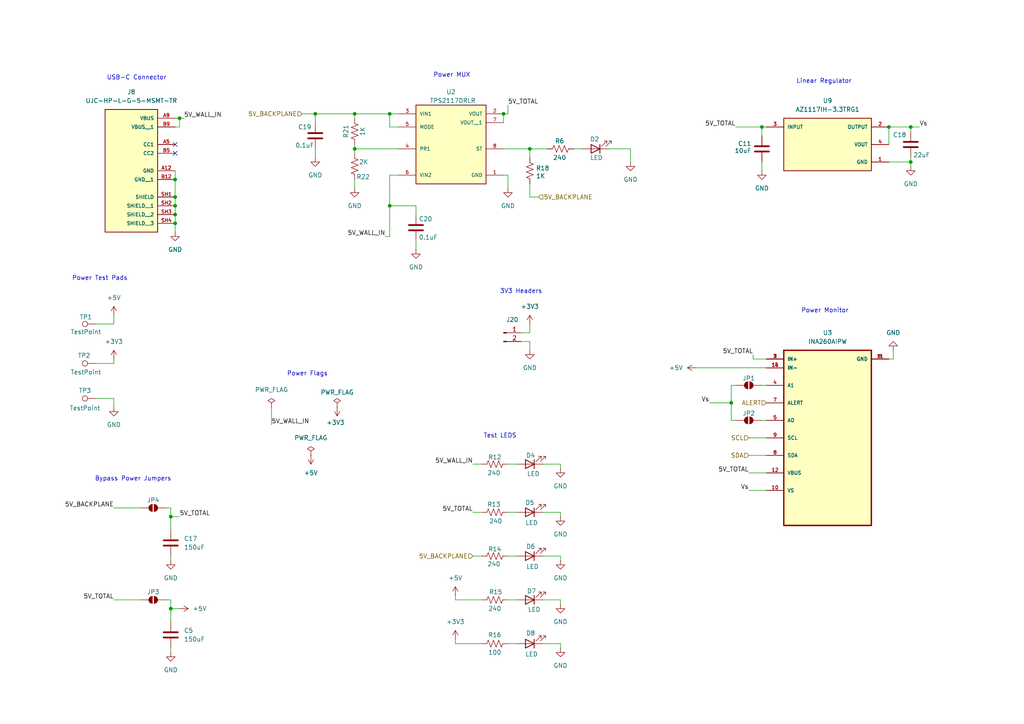
<source format=kicad_sch>
(kicad_sch (version 20231120) (generator "eeschema") (generator_version "8.0")
  (paper "A4")
  (lib_symbols
    (symbol "AZ1117IH-3.3TRG1:AZ1117IH-3.3TRG1" (pin_names (offset 1.016))
      (property "Reference" "U" (at -12.7 8.128 0))
      (property "Value" "AZ1117IH-3.3TRG1" (at -12.7 -10.16 0))
      (symbol "AZ1117IH-3.3TRG1_0_0"
        (rectangle (start -12.7 -7.62) (end 12.7 7.62) (stroke (width 0.254)) (fill (type background)))
        (pin power_in line (at 17.78 -5.08 180) (length 5.08) (name "GND") (number "1"))
        (pin output line (at 17.78 5.08 180) (length 5.08) (name "OUTPUT") (number "2"))
        (pin input line (at -17.78 5.08 0) (length 5.08) (name "INPUT") (number "3"))
        (pin output line (at 17.78 0 180) (length 5.08) (name "VOUT") (number "4"))
      )
    )
    (symbol "Connector:Conn_01x02_Pin" (pin_names (offset 1.016) hide)
      (property "Reference" "J" (at 0 2.54 0))
      (property "Value" "Conn_01x02_Pin" (at 0 -5.08 0))
      (symbol "Conn_01x02_Pin_1_1"
        (polyline (pts (xy 1.27 -2.54) (xy 0.8636 -2.54)) (stroke (width 0.1524)))
        (polyline (pts (xy 1.27 0) (xy 0.8636 0)) (stroke (width 0.1524)))
        (rectangle (start 0.8636 -2.413) (end 0 -2.667) (stroke (width 0.1524)) (fill (type outline)))
        (rectangle (start 0.8636 0.127) (end 0 -0.127) (stroke (width 0.1524)) (fill (type outline)))
        (pin passive line (at 5.08 0 180) (length 3.81) (name "Pin_1") (number "1"))
        (pin passive line (at 5.08 -2.54 180) (length 3.81) (name "Pin_2") (number "2"))
      )
    )
    (symbol "Connector:TestPoint" (pin_numbers hide) (pin_names (offset 0.762) hide)
      (property "Reference" "TP" (at 0 6.858 0))
      (property "Value" "TestPoint" (at 0 5.08 0))
      (symbol "TestPoint_0_1"
        (circle (center 0 3.302) (radius 0.762))
      )
      (symbol "TestPoint_1_1"
        (pin passive line (at 0 0 90) (length 2.54) (name "1") (number "1"))
      )
    )
    (symbol "Device:C" (pin_numbers hide) (pin_names (offset 0.254))
      (property "Reference" "C" (at 0.635 2.54 0))
      (property "Value" "C" (at 0.635 -2.54 0))
      (symbol "C_0_1"
        (polyline (pts (xy -2.032 -0.762) (xy 2.032 -0.762)) (stroke (width 0.508)))
        (polyline (pts (xy -2.032 0.762) (xy 2.032 0.762)) (stroke (width 0.508)))
      )
      (symbol "C_1_1"
        (pin passive line (at 0 3.81 270) (length 2.794) (name "~") (number "1"))
        (pin passive line (at 0 -3.81 90) (length 2.794) (name "~") (number "2"))
      )
    )
    (symbol "Device:LED" (pin_numbers hide) (pin_names (offset 1.016) hide)
      (property "Reference" "D" (at 0 2.54 0))
      (property "Value" "LED" (at 0 -2.54 0))
      (symbol "LED_0_1"
        (polyline (pts (xy -1.27 -1.27) (xy -1.27 1.27)) (stroke (width 0.254)))
        (polyline (pts (xy -1.27 0) (xy 1.27 0)))
        (polyline (pts (xy 1.27 -1.27) (xy 1.27 1.27) (xy -1.27 0) (xy 1.27 -1.27)) (stroke (width 0.254)))
        (polyline (pts (xy -3.048 -0.762) (xy -4.572 -2.286) (xy -3.81 -2.286) (xy -4.572 -2.286) (xy -4.572 -1.524)))
        (polyline (pts (xy -1.778 -0.762) (xy -3.302 -2.286) (xy -2.54 -2.286) (xy -3.302 -2.286) (xy -3.302 -1.524)))
      )
      (symbol "LED_1_1"
        (pin passive line (at -3.81 0 0) (length 2.54) (name "K") (number "1"))
        (pin passive line (at 3.81 0 180) (length 2.54) (name "A") (number "2"))
      )
    )
    (symbol "Device:R_US" (pin_numbers hide) (pin_names (offset 0))
      (property "Reference" "R" (at 2.54 0 90))
      (property "Value" "R_US" (at -2.54 0 90))
      (symbol "R_US_0_1"
        (polyline (pts (xy 0 -2.286) (xy 0 -2.54)))
        (polyline (pts (xy 0 2.286) (xy 0 2.54)))
        (polyline (pts (xy 0 -0.762) (xy 1.016 -1.143) (xy 0 -1.524) (xy -1.016 -1.905) (xy 0 -2.286)))
        (polyline (pts (xy 0 0.762) (xy 1.016 0.381) (xy 0 0) (xy -1.016 -0.381) (xy 0 -0.762)))
        (polyline (pts (xy 0 2.286) (xy 1.016 1.905) (xy 0 1.524) (xy -1.016 1.143) (xy 0 0.762)))
      )
      (symbol "R_US_1_1"
        (pin passive line (at 0 3.81 270) (length 1.27) (name "~") (number "1"))
        (pin passive line (at 0 -3.81 90) (length 1.27) (name "~") (number "2"))
      )
    )
    (symbol "INA260AIPW:INA260AIPW" (pin_names (offset 1.016))
      (property "Reference" "U" (at -12.7 26.4 0))
      (property "Value" "INA260AIPW" (at -12.7 -29.4 0))
      (symbol "INA260AIPW_0_0"
        (rectangle (start -12.7 -25.4) (end 12.7 25.4) (stroke (width 0.41)) (fill (type background)))
        (pin input line (at -17.78 22.86 0) (length 5.08) (name "IN+") (number "1"))
        (pin bidirectional line (at -17.78 -15.24 0) (length 5.08) (name "VS") (number "10"))
        (pin power_in line (at 17.78 22.86 180) (length 5.08) (name "GND") (number "11"))
        (pin bidirectional line (at -17.78 -10.16 0) (length 5.08) (name "VBUS") (number "12"))
        (pin input line (at -17.78 20.32 0) (length 5.08) (name "IN-") (number "14"))
        (pin input line (at -17.78 20.32 0) (length 5.08) (name "IN-") (number "15"))
        (pin input line (at -17.78 20.32 0) (length 5.08) (name "IN-") (number "16"))
        (pin input line (at -17.78 22.86 0) (length 5.08) (name "IN+") (number "2"))
        (pin input line (at -17.78 22.86 0) (length 5.08) (name "IN+") (number "3"))
        (pin bidirectional line (at -17.78 15.24 0) (length 5.08) (name "A1") (number "4"))
        (pin bidirectional line (at -17.78 5.08 0) (length 5.08) (name "AO") (number "5"))
        (pin power_in line (at 17.78 22.86 180) (length 5.08) (name "GND") (number "6"))
        (pin bidirectional line (at -17.78 10.16 0) (length 5.08) (name "ALERT") (number "7"))
        (pin bidirectional line (at -17.78 -5.08 0) (length 5.08) (name "SDA") (number "8"))
        (pin bidirectional line (at -17.78 0 0) (length 5.08) (name "SCL") (number "9"))
      )
    )
    (symbol "Jumper:SolderJumper_2_Open" (pin_numbers hide) (pin_names (offset 0) hide) (exclude_from_sim yes) (in_bom no)
      (property "Reference" "JP" (at 0 2.032 0))
      (property "Value" "SolderJumper_2_Open" (at 0 -2.54 0))
      (symbol "SolderJumper_2_Open_0_1"
        (arc (start -0.254 1.016) (mid -1.2656 0) (end -0.254 -1.016))
        (arc (start -0.254 1.016) (mid -1.2656 0) (end -0.254 -1.016) (fill (type outline)))
        (polyline (pts (xy -0.254 1.016) (xy -0.254 -1.016)))
        (polyline (pts (xy 0.254 1.016) (xy 0.254 -1.016)))
        (arc (start 0.254 -1.016) (mid 1.2656 0) (end 0.254 1.016))
        (arc (start 0.254 -1.016) (mid 1.2656 0) (end 0.254 1.016) (fill (type outline)))
      )
      (symbol "SolderJumper_2_Open_1_1"
        (pin passive line (at -3.81 0 0) (length 2.54) (name "A") (number "1"))
        (pin passive line (at 3.81 0 180) (length 2.54) (name "B") (number "2"))
      )
    )
    (symbol "TPS2117DRLR:TPS2117DRLR" (pin_names (offset 1.016))
      (property "Reference" "U2" (at 0 13.97 0))
      (property "Value" "TPS2117DRLR" (at 0.508 11.43 0))
      (symbol "TPS2117DRLR_0_0"
        (rectangle (start -10.16 -12.7) (end 10.16 10.16) (stroke (width 0.254)) (fill (type background)))
        (pin power_in line (at 15.24 -10.16 180) (length 5.08) (name "GND") (number "1"))
        (pin output line (at 15.24 7.62 180) (length 5.08) (name "VOUT") (number "2"))
        (pin input line (at -15.24 7.62 0) (length 5.08) (name "VIN1") (number "3"))
        (pin input line (at -15.24 -2.54 0) (length 5.08) (name "PR1") (number "4"))
        (pin input line (at -15.24 3.81 0) (length 5.08) (name "MODE") (number "5"))
        (pin input line (at -15.24 -10.16 0) (length 5.08) (name "VIN2") (number "6"))
        (pin output line (at 15.24 5.08 180) (length 5.08) (name "VOUT__1") (number "7"))
        (pin output line (at 15.24 -2.54 180) (length 5.08) (name "ST") (number "8"))
      )
    )
    (symbol "UJC-HP-L-G-5-MSMT-TR:UJC-HP-L-G-5-MSMT-TR" (pin_names (offset 1.016))
      (property "Reference" "J" (at -7.62 10.922 0))
      (property "Value" "UJC-HP-L-G-5-MSMT-TR" (at -7.62 -26.162 0))
      (symbol "UJC-HP-L-G-5-MSMT-TR_0_0"
        (rectangle (start -7.62 -25.4) (end 7.62 10.16) (stroke (width 0.254)) (fill (type background)))
        (pin power_in line (at 12.7 -7.62 180) (length 5.08) (name "GND") (number "A12"))
        (pin passive line (at 12.7 0 180) (length 5.08) (name "CC1") (number "A5"))
        (pin power_in line (at 12.7 7.62 180) (length 5.08) (name "VBUS") (number "A9"))
        (pin power_in line (at 12.7 -10.16 180) (length 5.08) (name "GND__1") (number "B12"))
        (pin passive line (at 12.7 -2.54 180) (length 5.08) (name "CC2") (number "B5"))
        (pin power_in line (at 12.7 5.08 180) (length 5.08) (name "VBUS__1") (number "B9"))
        (pin passive line (at 12.7 -15.24 180) (length 5.08) (name "SHIELD") (number "SH1"))
        (pin passive line (at 12.7 -17.78 180) (length 5.08) (name "SHIELD__1") (number "SH2"))
        (pin passive line (at 12.7 -20.32 180) (length 5.08) (name "SHIELD__2") (number "SH3"))
        (pin passive line (at 12.7 -22.86 180) (length 5.08) (name "SHIELD__3") (number "SH4"))
      )
    )
    (symbol "power:+3V3" (power) (pin_numbers hide) (pin_names (offset 0) hide)
      (property "Value" "+3V3" (at 0 3.556 0))
      (symbol "+3V3_0_1"
        (polyline (pts (xy -0.762 1.27) (xy 0 2.54)))
        (polyline (pts (xy 0 0) (xy 0 2.54)))
        (polyline (pts (xy 0 2.54) (xy 0.762 1.27)))
      )
      (symbol "+3V3_1_1"
        (pin power_in line (at 0 0 90) (length 0) (name "~") (number "1"))
      )
    )
    (symbol "power:+5V" (power) (pin_numbers hide) (pin_names (offset 0) hide)
      (property "Value" "+5V" (at 0 3.556 0))
      (symbol "+5V_0_1"
        (polyline (pts (xy -0.762 1.27) (xy 0 2.54)))
        (polyline (pts (xy 0 0) (xy 0 2.54)))
        (polyline (pts (xy 0 2.54) (xy 0.762 1.27)))
      )
      (symbol "+5V_1_1"
        (pin power_in line (at 0 0 90) (length 0) (name "~") (number "1"))
      )
    )
    (symbol "power:GND" (power) (pin_numbers hide) (pin_names (offset 0) hide)
      (property "Value" "GND" (at 0 -3.81 0))
      (symbol "GND_0_1"
        (polyline (pts (xy 0 0) (xy 0 -1.27) (xy 1.27 -1.27) (xy 0 -2.54) (xy -1.27 -1.27) (xy 0 -1.27)))
      )
      (symbol "GND_1_1"
        (pin power_in line (at 0 0 270) (length 0) (name "~") (number "1"))
      )
    )
    (symbol "power:PWR_FLAG" (power) (pin_numbers hide) (pin_names (offset 0) hide)
      (property "Value" "PWR_FLAG" (at 0 3.81 0))
      (symbol "PWR_FLAG_0_0"
        (pin power_out line (at 0 0 90) (length 0) (name "~") (number "1"))
      )
      (symbol "PWR_FLAG_0_1"
        (polyline (pts (xy 0 0) (xy 0 1.27) (xy -1.016 1.905) (xy 0 2.54) (xy 1.016 1.905) (xy 0 1.27)))
      )
    )
  )
  (junction (at 49.53 176.53))
  (junction (at 153.67 43.18))
  (junction (at 50.8 52.07))
  (junction (at 102.87 43.18))
  (junction (at 52.07 34.29))
  (junction (at 212.09 116.84))
  (junction (at 113.03 33.02))
  (junction (at 113.03 59.69))
  (junction (at 146.05 33.02))
  (junction (at 220.98 36.83))
  (junction (at 50.8 57.15))
  (junction (at 50.8 59.69))
  (junction (at 257.81 36.83))
  (junction (at 91.44 33.02))
  (junction (at 102.87 33.02))
  (junction (at 264.16 36.83))
  (junction (at 49.53 149.86))
  (junction (at 50.8 64.77))
  (junction (at 50.8 62.23))
  (junction (at 264.16 46.99))
  (no_connect (at 50.8 41.91))
  (no_connect (at 50.8 44.45))
  (wire (pts (xy 162.56 148.59) (xy 162.56 149.86)))
  (wire (pts (xy 33.02 104.14) (xy 33.02 105.41)))
  (wire (pts (xy 132.08 186.69) (xy 139.7 186.69)))
  (wire (pts (xy 147.32 161.29) (xy 149.86 161.29)))
  (wire (pts (xy 113.03 59.69) (xy 120.65 59.69)))
  (wire (pts (xy 217.17 127) (xy 222.25 127)))
  (wire (pts (xy 212.09 121.92) (xy 213.36 121.92)))
  (wire (pts (xy 48.26 147.32) (xy 49.53 147.32)))
  (wire (pts (xy 156.21 57.15) (xy 153.67 57.15)))
  (wire (pts (xy 220.98 36.83) (xy 220.98 39.37)))
  (wire (pts (xy 49.53 147.32) (xy 49.53 149.86)))
  (wire (pts (xy 162.56 186.69) (xy 162.56 187.96)))
  (wire (pts (xy 257.81 36.83) (xy 257.81 41.91)))
  (wire (pts (xy 91.44 33.02) (xy 102.87 33.02)))
  (wire (pts (xy 257.81 36.83) (xy 264.16 36.83)))
  (wire (pts (xy 113.03 33.02) (xy 113.03 36.83)))
  (wire (pts (xy 49.53 149.86) (xy 52.07 149.86)))
  (wire (pts (xy 147.32 186.69) (xy 149.86 186.69)))
  (wire (pts (xy 147.32 50.8) (xy 147.32 54.61)))
  (wire (pts (xy 49.53 187.96) (xy 49.53 189.23)))
  (wire (pts (xy 50.8 52.07) (xy 50.8 57.15)))
  (wire (pts (xy 49.53 149.86) (xy 49.53 153.67)))
  (wire (pts (xy 120.65 59.69) (xy 120.65 62.23)))
  (wire (pts (xy 220.98 36.83) (xy 222.25 36.83)))
  (wire (pts (xy 78.74 123.19) (xy 78.74 118.11)))
  (wire (pts (xy 146.05 33.02) (xy 147.32 33.02)))
  (wire (pts (xy 50.8 49.53) (xy 50.8 52.07)))
  (wire (pts (xy 52.07 34.29) (xy 53.34 34.29)))
  (wire (pts (xy 162.56 134.62) (xy 162.56 135.89)))
  (wire (pts (xy 33.02 105.41) (xy 27.94 105.41)))
  (wire (pts (xy 146.05 43.18) (xy 153.67 43.18)))
  (wire (pts (xy 50.8 59.69) (xy 50.8 62.23)))
  (wire (pts (xy 166.37 43.18) (xy 168.91 43.18)))
  (wire (pts (xy 102.87 44.45) (xy 102.87 43.18)))
  (wire (pts (xy 153.67 96.52) (xy 151.13 96.52)))
  (wire (pts (xy 151.13 99.06) (xy 153.67 99.06)))
  (wire (pts (xy 157.48 134.62) (xy 162.56 134.62)))
  (wire (pts (xy 33.02 147.32) (xy 40.64 147.32)))
  (wire (pts (xy 50.8 62.23) (xy 50.8 64.77)))
  (wire (pts (xy 162.56 173.99) (xy 162.56 175.26)))
  (wire (pts (xy 157.48 148.59) (xy 162.56 148.59)))
  (wire (pts (xy 102.87 52.07) (xy 102.87 54.61)))
  (wire (pts (xy 212.09 111.76) (xy 212.09 116.84)))
  (wire (pts (xy 113.03 33.02) (xy 115.57 33.02)))
  (wire (pts (xy 132.08 173.99) (xy 139.7 173.99)))
  (wire (pts (xy 113.03 50.8) (xy 113.03 59.69)))
  (wire (pts (xy 49.53 176.53) (xy 52.07 176.53)))
  (wire (pts (xy 102.87 34.29) (xy 102.87 33.02)))
  (wire (pts (xy 50.8 64.77) (xy 50.8 67.31)))
  (wire (pts (xy 113.03 50.8) (xy 115.57 50.8)))
  (wire (pts (xy 33.02 115.57) (xy 33.02 118.11)))
  (wire (pts (xy 33.02 173.99) (xy 40.64 173.99)))
  (wire (pts (xy 87.63 33.02) (xy 91.44 33.02)))
  (wire (pts (xy 212.09 111.76) (xy 213.36 111.76)))
  (wire (pts (xy 49.53 173.99) (xy 49.53 176.53)))
  (wire (pts (xy 259.08 104.14) (xy 257.81 104.14)))
  (wire (pts (xy 264.16 46.99) (xy 264.16 48.26)))
  (wire (pts (xy 153.67 99.06) (xy 153.67 101.6)))
  (wire (pts (xy 52.07 34.29) (xy 52.07 36.83)))
  (wire (pts (xy 50.8 36.83) (xy 52.07 36.83)))
  (wire (pts (xy 132.08 185.42) (xy 132.08 186.69)))
  (wire (pts (xy 176.53 43.18) (xy 182.88 43.18)))
  (wire (pts (xy 212.09 116.84) (xy 212.09 121.92)))
  (wire (pts (xy 49.53 161.29) (xy 49.53 162.56)))
  (wire (pts (xy 153.67 57.15) (xy 153.67 53.34)))
  (wire (pts (xy 217.17 142.24) (xy 222.25 142.24)))
  (wire (pts (xy 153.67 43.18) (xy 158.75 43.18)))
  (wire (pts (xy 147.32 173.99) (xy 149.86 173.99)))
  (wire (pts (xy 147.32 33.02) (xy 147.32 30.48)))
  (wire (pts (xy 153.67 43.18) (xy 153.67 45.72)))
  (wire (pts (xy 91.44 43.18) (xy 91.44 45.72)))
  (wire (pts (xy 91.44 33.02) (xy 91.44 35.56)))
  (wire (pts (xy 27.94 115.57) (xy 33.02 115.57)))
  (wire (pts (xy 137.16 148.59) (xy 139.7 148.59)))
  (wire (pts (xy 50.8 57.15) (xy 50.8 59.69)))
  (wire (pts (xy 162.56 161.29) (xy 162.56 162.56)))
  (wire (pts (xy 49.53 176.53) (xy 49.53 180.34)))
  (wire (pts (xy 205.74 116.84) (xy 212.09 116.84)))
  (wire (pts (xy 102.87 33.02) (xy 113.03 33.02)))
  (wire (pts (xy 146.05 50.8) (xy 147.32 50.8)))
  (wire (pts (xy 33.02 93.98) (xy 33.02 91.44)))
  (wire (pts (xy 146.05 33.02) (xy 146.05 35.56)))
  (wire (pts (xy 157.48 186.69) (xy 162.56 186.69)))
  (wire (pts (xy 217.17 137.16) (xy 222.25 137.16)))
  (wire (pts (xy 157.48 173.99) (xy 162.56 173.99)))
  (wire (pts (xy 132.08 172.72) (xy 132.08 173.99)))
  (wire (pts (xy 153.67 93.98) (xy 153.67 96.52)))
  (wire (pts (xy 217.17 132.08) (xy 222.25 132.08)))
  (wire (pts (xy 102.87 41.91) (xy 102.87 43.18)))
  (wire (pts (xy 182.88 43.18) (xy 182.88 46.99)))
  (wire (pts (xy 218.44 104.14) (xy 222.25 104.14)))
  (wire (pts (xy 266.7 36.83) (xy 264.16 36.83)))
  (wire (pts (xy 157.48 161.29) (xy 162.56 161.29)))
  (wire (pts (xy 137.16 161.29) (xy 139.7 161.29)))
  (wire (pts (xy 113.03 59.69) (xy 113.03 68.58)))
  (wire (pts (xy 264.16 45.72) (xy 264.16 46.99)))
  (wire (pts (xy 147.32 148.59) (xy 149.86 148.59)))
  (wire (pts (xy 213.36 36.83) (xy 220.98 36.83)))
  (wire (pts (xy 218.44 102.87) (xy 218.44 104.14)))
  (wire (pts (xy 264.16 36.83) (xy 264.16 38.1)))
  (wire (pts (xy 52.07 34.29) (xy 50.8 34.29)))
  (wire (pts (xy 113.03 36.83) (xy 115.57 36.83)))
  (wire (pts (xy 220.98 46.99) (xy 220.98 49.53)))
  (wire (pts (xy 27.94 93.98) (xy 33.02 93.98)))
  (wire (pts (xy 48.26 173.99) (xy 49.53 173.99)))
  (wire (pts (xy 220.98 121.92) (xy 222.25 121.92)))
  (wire (pts (xy 147.32 134.62) (xy 149.86 134.62)))
  (wire (pts (xy 220.98 111.76) (xy 222.25 111.76)))
  (wire (pts (xy 257.81 46.99) (xy 264.16 46.99)))
  (wire (pts (xy 120.65 69.85) (xy 120.65 72.39)))
  (wire (pts (xy 137.16 134.62) (xy 139.7 134.62)))
  (wire (pts (xy 259.08 101.6) (xy 259.08 104.14)))
  (wire (pts (xy 113.03 68.58) (xy 111.76 68.58)))
  (wire (pts (xy 102.87 43.18) (xy 115.57 43.18)))
  (wire (pts (xy 201.93 106.68) (xy 222.25 106.68)))
  (text "Power MUX" (at 131.064 21.844 0) (effects (font (size 1.27 1.27))))
  (text "Power Monitor" (at 239.268 90.17 0) (effects (font (size 1.27 1.27))))
  (text "Power Flags" (at 89.154 108.458 0) (effects (font (size 1.27 1.27))))
  (text "3V3 Headers" (at 151.13 84.582 0) (effects (font (size 1.27 1.27))))
  (text "Power Test Pads" (at 28.956 80.772 0) (effects (font (size 1.27 1.27))))
  (text "USB-C Connector" (at 39.624 22.606 0) (effects (font (size 1.27 1.27))))
  (text "Linear Regulator\n" (at 239.014 23.622 0) (effects (font (size 1.27 1.27))))
  (text "Test LEDS" (at 145.034 126.492 0) (effects (font (size 1.27 1.27))))
  (text "Bypass Power Jumpers" (at 38.608 138.938 0) (effects (font (size 1.27 1.27))))
  (label "5V_BACKPLANE" (at 33.02 147.32 180))
  (label "Vs" (at 205.74 116.84 180))
  (label "5V_WALL_IN" (at 111.76 68.58 180))
  (label "5V_TOTAL" (at 218.44 102.87 180))
  (label "5V_TOTAL" (at 33.02 173.99 180))
  (label "5V_TOTAL" (at 213.36 36.83 180))
  (label "5V_TOTAL" (at 217.17 137.16 180))
  (label "5V_WALL_IN" (at 53.34 34.29 0))
  (label "5V_TOTAL" (at 52.07 149.86 0))
  (label "5V_WALL_IN" (at 137.16 134.62 180))
  (label "5V_WALL_IN" (at 78.74 123.19 0))
  (label "Vs" (at 266.7 36.83 0))
  (label "5V_TOTAL" (at 137.16 148.59 180))
  (label "5V_TOTAL" (at 147.32 30.48 0))
  (label "Vs" (at 217.17 142.24 180))
  (hierarchical_label "SDA" (shape input) (at 217.17 132.08 180))
  (hierarchical_label "5V_BACKPLANE" (shape input) (at 87.63 33.02 180))
  (hierarchical_label "SCL" (shape input) (at 217.17 127 180))
  (hierarchical_label "5V_BACKPLANE" (shape input) (at 156.21 57.15 0))
  (hierarchical_label "ALERT" (shape input) (at 222.25 116.84 180))
  (hierarchical_label "5V_BACKPLANE" (shape input) (at 137.16 161.29 180))
  (symbol (lib_id "Device:C") (at 120.65 66.04 0) (unit 1)
    (property "Reference" "C20" (at 123.444 63.5 0))
    (property "Value" "0.1uF" (at 124.206 68.834 0))
    (property "Footprint" "Capacitor_SMD:C_0603_1608Metric_Pad1.08x0.95mm_HandSolder" (effects (hide yes)))
    (property "Description" "Unpolarized capacitor" (effects (hide yes)))
  )
  (symbol (lib_id "Jumper:SolderJumper_2_Open") (at 44.45 173.99 0) (unit 1) (exclude_from_sim yes) (in_bom no)
    (property "Reference" "JP3" (at 44.45 171.704 0))
    (property "Value" "SolderJumper_2_Open" (effects (hide yes)))
    (property "Footprint" "Jumper:SolderJumper-2_P1.3mm_Open_RoundedPad1.0x1.5mm" (effects (hide yes)))
    (property "Description" "Solder Jumper, 2-pole, open" (effects (hide yes)))
  )
  (symbol (lib_id "power:GND") (at 162.56 187.96 0) (unit 1)
    (property "Reference" "#PWR051" (effects (hide yes)))
    (property "Value" "GND" (at 162.56 193.04 0))
    (property "Description" "Power symbol creates a global label with name \"GND\" , ground" (effects (hide yes)))
  )
  (symbol (lib_id "power:GND") (at 102.87 54.61 0) (unit 1)
    (property "Reference" "#PWR04" (effects (hide yes)))
    (property "Value" "GND" (at 102.87 59.69 0))
    (property "Description" "Power symbol creates a global label with name \"GND\" , ground" (effects (hide yes)))
  )
  (symbol (lib_id "power:+3V3") (at 97.79 118.11 180) (unit 1)
    (property "Reference" "#PWR06" (effects (hide yes)))
    (property "Value" "+3V3" (at 99.949 122.555 0) (effects (justify left)))
    (property "Description" "Power symbol creates a global label with name \"+3V3\"" (effects (hide yes)))
  )
  (symbol (lib_id "power:GND") (at 162.56 135.89 0) (unit 1)
    (property "Reference" "#PWR045" (effects (hide yes)))
    (property "Value" "GND" (at 162.56 140.97 0))
    (property "Description" "Power symbol creates a global label with name \"GND\" , ground" (effects (hide yes)))
  )
  (symbol (lib_id "Jumper:SolderJumper_2_Open") (at 44.45 147.32 0) (unit 1) (exclude_from_sim yes) (in_bom no)
    (property "Reference" "JP4" (at 44.45 145.034 0))
    (property "Value" "SolderJumper_2_Open" (effects (hide yes)))
    (property "Footprint" "Jumper:SolderJumper-2_P1.3mm_Open_RoundedPad1.0x1.5mm" (effects (hide yes)))
    (property "Description" "Solder Jumper, 2-pole, open" (effects (hide yes)))
  )
  (symbol (lib_id "AZ1117IH-3.3TRG1:AZ1117IH-3.3TRG1") (at 240.03 41.91 0) (unit 1)
    (property "Reference" "U9" (at 240.03 29.21 0))
    (property "Value" "AZ1117IH-3.3TRG1" (at 240.03 31.75 0))
    (property "Footprint" "AZ1117IH_3_3TRG1 (3):SOT230P700X185-4N" (effects (hide yes)))
    (property "SNAPEDA_PACKAGE_ID" "6532" (effects (hide yes)))
    (property "MAXIMUM_PACKAGE_HEIGHT" "1.85 mm" (effects (hide yes)))
    (property "STANDARD" "IPC 7351B" (effects (hide yes)))
    (property "PARTREV" "2-2" (effects (hide yes)))
    (property "MANUFACTURER" "Diodes Inc." (effects (hide yes)))
    (property "SNAPEDA_PN" "AZ1117IH-3.3TRG1" (effects (hide yes)))
  )
  (symbol (lib_id "power:+5V") (at 33.02 91.44 0) (unit 1)
    (property "Reference" "#PWR036" (effects (hide yes)))
    (property "Value" "+5V" (at 33.02 86.36 0))
    (property "Description" "Power symbol creates a global label with name \"+5V\"" (effects (hide yes)))
  )
  (symbol (lib_id "Jumper:SolderJumper_2_Open") (at 217.17 121.92 0) (unit 1) (exclude_from_sim yes) (in_bom no)
    (property "Reference" "JP2" (at 217.17 119.888 0))
    (property "Value" "SolderJumper_2_Open" (effects (hide yes)))
    (property "Footprint" "Jumper:SolderJumper-2_P1.3mm_Open_RoundedPad1.0x1.5mm" (effects (hide yes)))
    (property "Description" "Solder Jumper, 2-pole, open" (effects (hide yes)))
  )
  (symbol (lib_id "Device:LED") (at 172.72 43.18 180) (unit 1)
    (property "Reference" "D2" (at 172.466 40.386 0))
    (property "Value" "LED" (at 172.974 45.72 0))
    (property "Footprint" "LED_SMD:LED_0805_2012Metric_Pad1.15x1.40mm_HandSolder" (effects (hide yes)))
    (property "Description" "Light emitting diode" (effects (hide yes)))
  )
  (symbol (lib_id "Device:C") (at 49.53 157.48 0) (unit 1)
    (property "Reference" "C17" (at 53.34 156.2099 0) (effects (justify left)))
    (property "Value" "150uF" (at 53.34 158.7499 0) (effects (justify left)))
    (property "Footprint" "Capacitor_SMD:C_0603_1608Metric_Pad1.08x0.95mm_HandSolder" (effects (hide yes)))
    (property "Description" "Unpolarized capacitor" (effects (hide yes)))
  )
  (symbol (lib_id "INA260AIPW:INA260AIPW") (at 240.03 127 0) (unit 1)
    (property "Reference" "U3" (at 240.03 96.52 0))
    (property "Value" "INA260AIPW" (at 240.03 99.06 0))
    (property "Footprint" "INA260AIPW:SOP65P640X120-16N" (effects (hide yes)))
    (property "MF" "Texas Instruments" (effects (hide yes)))
    (property "Description_1" "\n36V, 16-bit, precision i2c output current/voltage/power monitor w/ int. shunt resistor\n" (effects (hide yes)))
    (property "Package" "TSSOP-16 Texas Instruments" (effects (hide yes)))
    (property "Price" "None" (effects (hide yes)))
    (property "SnapEDA_Link" "https://www.snapeda.com/parts/INA260AIPW/Texas+Instruments/view-part/?ref=snap" (effects (hide yes)))
    (property "MP" "INA260AIPW" (effects (hide yes)))
    (property "Availability" "In Stock" (effects (hide yes)))
    (property "Check_prices" "https://www.snapeda.com/parts/INA260AIPW/Texas+Instruments/view-part/?ref=eda" (effects (hide yes)))
  )
  (symbol (lib_id "power:GND") (at 153.67 101.6 0) (unit 1)
    (property "Reference" "#PWR058" (effects (hide yes)))
    (property "Value" "GND" (at 153.67 106.68 0))
    (property "Description" "Power symbol creates a global label with name \"GND\" , ground" (effects (hide yes)))
  )
  (symbol (lib_id "Jumper:SolderJumper_2_Open") (at 217.17 111.76 0) (unit 1) (exclude_from_sim yes) (in_bom no)
    (property "Reference" "JP1" (at 217.17 109.728 0))
    (property "Value" "SolderJumper_2_Open" (effects (hide yes)))
    (property "Footprint" "Jumper:SolderJumper-2_P1.3mm_Open_RoundedPad1.0x1.5mm" (effects (hide yes)))
    (property "Description" "Solder Jumper, 2-pole, open" (effects (hide yes)))
  )
  (symbol (lib_id "TPS2117DRLR:TPS2117DRLR") (at 130.81 40.64 0) (unit 1)
    (property "Reference" "U2" (at 130.81 26.67 0))
    (property "Value" "TPS2117DRLR" (at 131.318 29.21 0))
    (property "Footprint" "TPS2117DRLR:SOTFL50P160X60-8N" (effects (hide yes)))
    (property "PARTREV" "A" (effects (hide yes)))
    (property "STANDARD" "IPC-7351B" (effects (hide yes)))
    (property "MAXIMUM_PACKAGE_HEIGHT" "0.6mm" (effects (hide yes)))
    (property "MANUFACTURER" "Texas Instruments" (effects (hide yes)))
  )
  (symbol (lib_id "Connector:TestPoint") (at 27.94 93.98 90) (unit 1)
    (property "Reference" "TP1" (at 24.892 91.948 90))
    (property "Value" "TestPoint" (at 24.892 96.266 90))
    (property "Footprint" "TestPoint:TestPoint_Pad_D4.0mm" (effects (hide yes)))
    (property "Description" "test point" (effects (hide yes)))
  )
  (symbol (lib_id "power:PWR_FLAG") (at 78.74 118.11 0) (unit 1)
    (property "Reference" "#FLG03" (effects (hide yes)))
    (property "Value" "PWR_FLAG" (at 78.74 113.03 0))
    (property "Description" "Special symbol for telling ERC where power comes from" (effects (hide yes)))
  )
  (symbol (lib_id "power:GND") (at 259.08 101.6 180) (unit 1)
    (property "Reference" "#PWR014" (effects (hide yes)))
    (property "Value" "GND" (at 259.08 96.52 0))
    (property "Description" "Power symbol creates a global label with name \"GND\" , ground" (effects (hide yes)))
  )
  (symbol (lib_id "Device:R_US") (at 143.51 161.29 90) (unit 1)
    (property "Reference" "R14" (at 143.51 159.258 90))
    (property "Value" "240" (at 143.256 163.576 90))
    (property "Footprint" "Resistor_SMD:R_0603_1608Metric_Pad0.98x0.95mm_HandSolder" (effects (hide yes)))
    (property "Description" "Resistor, US symbol" (effects (hide yes)))
  )
  (symbol (lib_id "power:GND") (at 162.56 149.86 0) (unit 1)
    (property "Reference" "#PWR048" (effects (hide yes)))
    (property "Value" "GND" (at 162.56 154.94 0))
    (property "Description" "Power symbol creates a global label with name \"GND\" , ground" (effects (hide yes)))
  )
  (symbol (lib_id "power:GND") (at 120.65 72.39 0) (unit 1)
    (property "Reference" "#PWR05" (effects (hide yes)))
    (property "Value" "GND" (at 120.65 77.47 0))
    (property "Description" "Power symbol creates a global label with name \"GND\" , ground" (effects (hide yes)))
  )
  (symbol (lib_id "power:GND") (at 162.56 162.56 0) (unit 1)
    (property "Reference" "#PWR049" (effects (hide yes)))
    (property "Value" "GND" (at 162.56 167.64 0))
    (property "Description" "Power symbol creates a global label with name \"GND\" , ground" (effects (hide yes)))
  )
  (symbol (lib_id "UJC-HP-L-G-5-MSMT-TR:UJC-HP-L-G-5-MSMT-TR") (at 38.1 41.91 0) (unit 1)
    (property "Reference" "J8" (at 38.1 26.67 0))
    (property "Value" "UJC-HP-L-G-5-MSMT-TR" (at 38.1 29.21 0))
    (property "Footprint" "UJC_HP_L_G_5_MSMT_TR:CUI_UJC-HP-L-G-5-MSMT-TR" (effects (hide yes)))
    (property "PARTREV" "1.01" (effects (hide yes)))
    (property "STANDARD" "Manufacturer Recommendations" (effects (hide yes)))
    (property "MAXIMUM_PACKAGE_HEIGHT" "2.36mm" (effects (hide yes)))
    (property "MANUFACTURER" "CUI Devices" (effects (hide yes)))
  )
  (symbol (lib_id "Device:LED") (at 153.67 173.99 180) (unit 1)
    (property "Reference" "D7" (at 154.178 171.45 0))
    (property "Value" "LED" (at 154.94 176.784 0))
    (property "Footprint" "LED_SMD:LED_0805_2012Metric_Pad1.15x1.40mm_HandSolder" (effects (hide yes)))
    (property "Description" "Light emitting diode" (effects (hide yes)))
  )
  (symbol (lib_id "power:PWR_FLAG") (at 90.17 132.08 0) (unit 1)
    (property "Reference" "#FLG04" (effects (hide yes)))
    (property "Value" "PWR_FLAG" (at 90.17 127 0))
    (property "Description" "Special symbol for telling ERC where power comes from" (effects (hide yes)))
  )
  (symbol (lib_id "power:GND") (at 49.53 162.56 0) (unit 1)
    (property "Reference" "#PWR064" (effects (hide yes)))
    (property "Value" "GND" (at 49.53 167.64 0))
    (property "Description" "Power symbol creates a global label with name \"GND\" , ground" (effects (hide yes)))
  )
  (symbol (lib_id "Device:R_US") (at 143.51 134.62 90) (unit 1)
    (property "Reference" "R12" (at 143.51 132.588 90))
    (property "Value" "240" (at 143.256 137.16 90))
    (property "Footprint" "Resistor_SMD:R_0603_1608Metric_Pad0.98x0.95mm_HandSolder" (effects (hide yes)))
    (property "Description" "Resistor, US symbol" (effects (hide yes)))
  )
  (symbol (lib_id "Device:R_US") (at 102.87 48.26 0) (unit 1)
    (property "Reference" "R22" (at 103.378 51.308 0) (effects (justify left)))
    (property "Value" "2K" (at 104.14 46.99 0) (effects (justify left)))
    (property "Footprint" "Resistor_SMD:R_0603_1608Metric_Pad0.98x0.95mm_HandSolder" (effects (hide yes)))
    (property "Description" "Resistor, US symbol" (effects (hide yes)))
  )
  (symbol (lib_id "power:GND") (at 49.53 189.23 0) (unit 1)
    (property "Reference" "#PWR09" (effects (hide yes)))
    (property "Value" "GND" (at 49.53 194.31 0))
    (property "Description" "Power symbol creates a global label with name \"GND\" , ground" (effects (hide yes)))
  )
  (symbol (lib_id "power:GND") (at 162.56 175.26 0) (unit 1)
    (property "Reference" "#PWR050" (effects (hide yes)))
    (property "Value" "GND" (at 162.56 180.34 0))
    (property "Description" "Power symbol creates a global label with name \"GND\" , ground" (effects (hide yes)))
  )
  (symbol (lib_id "power:GND") (at 147.32 54.61 0) (unit 1)
    (property "Reference" "#PWR046" (effects (hide yes)))
    (property "Value" "GND" (at 147.32 59.69 0))
    (property "Description" "Power symbol creates a global label with name \"GND\" , ground" (effects (hide yes)))
  )
  (symbol (lib_id "Device:R_US") (at 102.87 38.1 0) (unit 1)
    (property "Reference" "R21" (at 100.33 38.1 90))
    (property "Value" "1K" (at 105.156 38.1 90))
    (property "Footprint" "Resistor_SMD:R_0603_1608Metric_Pad0.98x0.95mm_HandSolder" (effects (hide yes)))
    (property "Description" "Resistor, US symbol" (effects (hide yes)))
  )
  (symbol (lib_id "power:+5V") (at 52.07 176.53 270) (unit 1)
    (property "Reference" "#PWR010" (effects (hide yes)))
    (property "Value" "+5V" (at 55.88 176.5299 90) (effects (justify left)))
    (property "Description" "Power symbol creates a global label with name \"+5V\"" (effects (hide yes)))
  )
  (symbol (lib_id "Device:LED") (at 153.67 148.59 180) (unit 1)
    (property "Reference" "D5" (at 153.67 145.796 0))
    (property "Value" "LED" (at 154.178 151.638 0))
    (property "Footprint" "LED_SMD:LED_0805_2012Metric_Pad1.15x1.40mm_HandSolder" (effects (hide yes)))
    (property "Description" "Light emitting diode" (effects (hide yes)))
  )
  (symbol (lib_id "Device:R_US") (at 162.56 43.18 90) (unit 1)
    (property "Reference" "R6" (at 162.306 40.894 90))
    (property "Value" "240" (at 162.306 45.72 90))
    (property "Footprint" "Resistor_SMD:R_0603_1608Metric_Pad0.98x0.95mm_HandSolder" (effects (hide yes)))
    (property "Description" "Resistor, US symbol" (effects (hide yes)))
  )
  (symbol (lib_id "power:GND") (at 91.44 45.72 0) (unit 1)
    (property "Reference" "#PWR066" (effects (hide yes)))
    (property "Value" "GND" (at 91.44 50.8 0))
    (property "Description" "Power symbol creates a global label with name \"GND\" , ground" (effects (hide yes)))
  )
  (symbol (lib_id "Device:R_US") (at 153.67 49.53 0) (unit 1)
    (property "Reference" "R18" (at 155.448 48.768 0) (effects (justify left)))
    (property "Value" "1K" (at 155.448 51.054 0) (effects (justify left)))
    (property "Footprint" "Resistor_SMD:R_0603_1608Metric_Pad0.98x0.95mm_HandSolder" (effects (hide yes)))
    (property "Description" "Resistor, US symbol" (effects (hide yes)))
  )
  (symbol (lib_id "power:+3V3") (at 132.08 185.42 0) (unit 1)
    (property "Reference" "#PWR039" (effects (hide yes)))
    (property "Value" "+3V3" (at 132.08 180.34 0))
    (property "Description" "Power symbol creates a global label with name \"+3V3\"" (effects (hide yes)))
  )
  (symbol (lib_id "power:GND") (at 264.16 48.26 0) (unit 1)
    (property "Reference" "#PWR044" (effects (hide yes)))
    (property "Value" "GND" (at 264.16 53.34 0))
    (property "Description" "Power symbol creates a global label with name \"GND\" , ground" (effects (hide yes)))
  )
  (symbol (lib_id "power:GND") (at 50.8 67.31 0) (unit 1)
    (property "Reference" "#PWR040" (effects (hide yes)))
    (property "Value" "GND" (at 50.8 72.39 0))
    (property "Description" "Power symbol creates a global label with name \"GND\" , ground" (effects (hide yes)))
  )
  (symbol (lib_id "Device:C") (at 49.53 184.15 0) (unit 1)
    (property "Reference" "C5" (at 53.34 182.8799 0) (effects (justify left)))
    (property "Value" "150uF" (at 53.34 185.4199 0) (effects (justify left)))
    (property "Footprint" "Capacitor_SMD:C_0603_1608Metric_Pad1.08x0.95mm_HandSolder" (effects (hide yes)))
    (property "Description" "Unpolarized capacitor" (effects (hide yes)))
  )
  (symbol (lib_id "Device:C") (at 264.16 41.91 0) (unit 1)
    (property "Reference" "C18" (at 262.89 39.116 0) (effects (justify right)))
    (property "Value" "22uF" (at 269.748 44.958 0) (effects (justify right)))
    (property "Footprint" "Capacitor_SMD:C_0603_1608Metric_Pad1.08x0.95mm_HandSolder" (effects (hide yes)))
    (property "Description" "Unpolarized capacitor" (effects (hide yes)))
  )
  (symbol (lib_id "power:+3V3") (at 153.67 93.98 0) (unit 1)
    (property "Reference" "#PWR057" (effects (hide yes)))
    (property "Value" "+3V3" (at 153.67 88.9 0))
    (property "Description" "Power symbol creates a global label with name \"+3V3\"" (effects (hide yes)))
  )
  (symbol (lib_id "Device:R_US") (at 143.51 186.69 90) (unit 1)
    (property "Reference" "R16" (at 143.51 184.15 90))
    (property "Value" "100" (at 143.51 189.23 90))
    (property "Footprint" "Resistor_SMD:R_0603_1608Metric_Pad0.98x0.95mm_HandSolder" (effects (hide yes)))
    (property "Description" "Resistor, US symbol" (effects (hide yes)))
  )
  (symbol (lib_id "power:+3V3") (at 33.02 104.14 0) (unit 1)
    (property "Reference" "#PWR037" (effects (hide yes)))
    (property "Value" "+3V3" (at 33.02 99.06 0))
    (property "Description" "Power symbol creates a global label with name \"+3V3\"" (effects (hide yes)))
  )
  (symbol (lib_id "power:PWR_FLAG") (at 97.79 118.11 0) (unit 1)
    (property "Reference" "#FLG02" (effects (hide yes)))
    (property "Value" "PWR_FLAG" (at 92.964 113.792 0) (effects (justify left)))
    (property "Description" "Special symbol for telling ERC where power comes from" (effects (hide yes)))
  )
  (symbol (lib_id "Device:LED") (at 153.67 186.69 180) (unit 1)
    (property "Reference" "D8" (at 153.924 183.642 0))
    (property "Value" "LED" (at 154.178 189.738 0))
    (property "Footprint" "LED_SMD:LED_0805_2012Metric_Pad1.15x1.40mm_HandSolder" (effects (hide yes)))
    (property "Description" "Light emitting diode" (effects (hide yes)))
  )
  (symbol (lib_id "Device:LED") (at 153.67 161.29 180) (unit 1)
    (property "Reference" "D6" (at 153.924 158.496 0))
    (property "Value" "LED" (at 154.432 164.338 0))
    (property "Footprint" "LED_SMD:LED_0805_2012Metric_Pad1.15x1.40mm_HandSolder" (effects (hide yes)))
    (property "Description" "Light emitting diode" (effects (hide yes)))
  )
  (symbol (lib_id "Connector:TestPoint") (at 27.94 105.41 90) (unit 1)
    (property "Reference" "TP2" (at 24.384 103.124 90))
    (property "Value" "TestPoint" (at 24.892 107.95 90))
    (property "Footprint" "TestPoint:TestPoint_Pad_D4.0mm" (effects (hide yes)))
    (property "Description" "test point" (effects (hide yes)))
  )
  (symbol (lib_id "power:GND") (at 33.02 118.11 0) (unit 1)
    (property "Reference" "#PWR038" (effects (hide yes)))
    (property "Value" "GND" (at 33.02 123.19 0))
    (property "Description" "Power symbol creates a global label with name \"GND\" , ground" (effects (hide yes)))
  )
  (symbol (lib_id "Device:C") (at 91.44 39.37 180) (unit 1)
    (property "Reference" "C19" (at 88.392 36.83 0))
    (property "Value" "0.1uF" (at 88.392 42.164 0))
    (property "Footprint" "Capacitor_SMD:C_0603_1608Metric_Pad1.08x0.95mm_HandSolder" (effects (hide yes)))
    (property "Description" "Unpolarized capacitor" (effects (hide yes)))
  )
  (symbol (lib_id "Device:LED") (at 153.67 134.62 180) (unit 1)
    (property "Reference" "D4" (at 153.924 132.08 0))
    (property "Value" "LED" (at 154.686 137.414 0))
    (property "Footprint" "LED_SMD:LED_0805_2012Metric_Pad1.15x1.40mm_HandSolder" (effects (hide yes)))
    (property "Description" "Light emitting diode" (effects (hide yes)))
  )
  (symbol (lib_id "power:GND") (at 182.88 46.99 0) (unit 1)
    (property "Reference" "#PWR047" (effects (hide yes)))
    (property "Value" "GND" (at 182.88 52.07 0))
    (property "Description" "Power symbol creates a global label with name \"GND\" , ground" (effects (hide yes)))
  )
  (symbol (lib_id "power:+5V") (at 90.17 132.08 180) (unit 1)
    (property "Reference" "#PWR022" (effects (hide yes)))
    (property "Value" "+5V" (at 90.17 137.16 0))
    (property "Description" "Power symbol creates a global label with name \"+5V\"" (effects (hide yes)))
  )
  (symbol (lib_id "power:+5V") (at 201.93 106.68 90) (unit 1)
    (property "Reference" "#PWR011" (effects (hide yes)))
    (property "Value" "+5V" (at 198.12 106.6799 90) (effects (justify left)))
    (property "Description" "Power symbol creates a global label with name \"+5V\"" (effects (hide yes)))
  )
  (symbol (lib_id "Device:C") (at 220.98 43.18 0) (unit 1)
    (property "Reference" "C11" (at 217.932 41.656 0) (effects (justify right)))
    (property "Value" "10uF" (at 217.932 43.688 0) (effects (justify right)))
    (property "Footprint" "Capacitor_SMD:C_0603_1608Metric_Pad1.08x0.95mm_HandSolder" (effects (hide yes)))
    (property "Description" "Unpolarized capacitor" (effects (hide yes)))
  )
  (symbol (lib_id "power:+5V") (at 132.08 172.72 0) (unit 1)
    (property "Reference" "#PWR019" (effects (hide yes)))
    (property "Value" "+5V" (at 132.08 167.64 0))
    (property "Description" "Power symbol creates a global label with name \"+5V\"" (effects (hide yes)))
  )
  (symbol (lib_id "Connector:Conn_01x02_Pin") (at 146.05 96.52 0) (unit 1)
    (property "Reference" "J20" (at 148.59 92.71 0))
    (property "Value" "Conn_01x02_Pin" (effects (hide yes)))
    (property "Footprint" "Connector_PinHeader_2.54mm:PinHeader_1x02_P2.54mm_Vertical" (effects (hide yes)))
    (property "Description" "Generic connector, single row, 01x02, script generated" (effects (hide yes)))
  )
  (symbol (lib_id "Device:R_US") (at 143.51 173.99 90) (unit 1)
    (property "Reference" "R15" (at 143.764 171.704 90))
    (property "Value" "240" (at 143.51 176.53 90))
    (property "Footprint" "Resistor_SMD:R_0603_1608Metric_Pad0.98x0.95mm_HandSolder" (effects (hide yes)))
    (property "Description" "Resistor, US symbol" (effects (hide yes)))
  )
  (symbol (lib_id "Connector:TestPoint") (at 27.94 115.57 90) (unit 1)
    (property "Reference" "TP3" (at 24.638 113.284 90))
    (property "Value" "TestPoint" (at 24.638 118.364 90))
    (property "Footprint" "TestPoint:TestPoint_Pad_D4.0mm" (effects (hide yes)))
    (property "Description" "test point" (effects (hide yes)))
  )
  (symbol (lib_id "Device:R_US") (at 143.51 148.59 90) (unit 1)
    (property "Reference" "R13" (at 143.256 146.304 90))
    (property "Value" "240" (at 143.764 151.13 90))
    (property "Footprint" "Resistor_SMD:R_0603_1608Metric_Pad0.98x0.95mm_HandSolder" (effects (hide yes)))
    (property "Description" "Resistor, US symbol" (effects (hide yes)))
  )
  (symbol (lib_id "power:GND") (at 220.98 49.53 0) (unit 1)
    (property "Reference" "#PWR032" (effects (hide yes)))
    (property "Value" "GND" (at 220.98 54.61 0))
    (property "Description" "Power symbol creates a global label with name \"GND\" , ground" (effects (hide yes)))
  )
)
</source>
